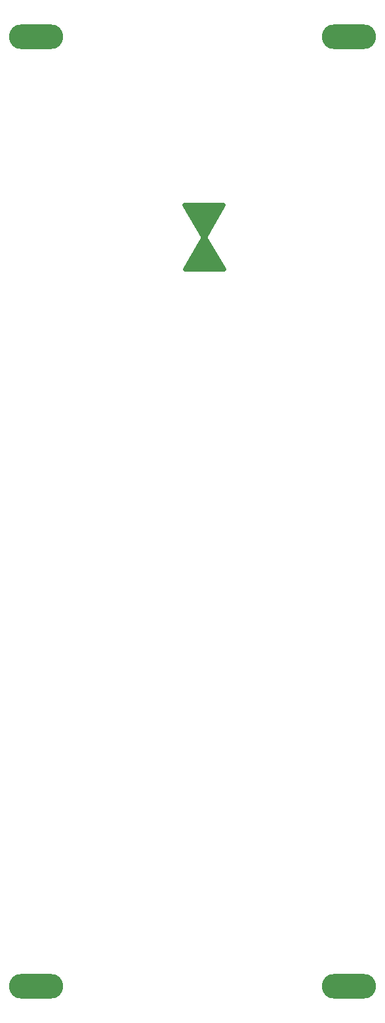
<source format=gbr>
%TF.GenerationSoftware,KiCad,Pcbnew,9.0.6*%
%TF.CreationDate,2025-11-20T09:42:16+01:00*%
%TF.ProjectId,Th-555-biondo_front,54682d35-3535-42d6-9269-6f6e646f5f66,rev?*%
%TF.SameCoordinates,Original*%
%TF.FileFunction,Soldermask,Bot*%
%TF.FilePolarity,Negative*%
%FSLAX46Y46*%
G04 Gerber Fmt 4.6, Leading zero omitted, Abs format (unit mm)*
G04 Created by KiCad (PCBNEW 9.0.6) date 2025-11-20 09:42:16*
%MOMM*%
%LPD*%
G01*
G04 APERTURE LIST*
%ADD10C,0.600000*%
%ADD11O,7.000000X3.200000*%
G04 APERTURE END LIST*
D10*
%TO.C,REF\u002A\u002A*%
X146230000Y-59030000D02*
X141221040Y-59030000D01*
X143680000Y-54730000D01*
X146230000Y-59030000D01*
G36*
X146230000Y-59030000D02*
G01*
X141221040Y-59030000D01*
X143680000Y-54730000D01*
X146230000Y-59030000D01*
G37*
X143690828Y-54987156D02*
X141140828Y-50687156D01*
X146149788Y-50687156D01*
X143690828Y-54987156D01*
G36*
X143690828Y-54987156D02*
G01*
X141140828Y-50687156D01*
X146149788Y-50687156D01*
X143690828Y-54987156D01*
G37*
%TD*%
D11*
%TO.C,REF\u002A\u002A*%
X122020000Y-29030000D03*
X122020000Y-151530000D03*
X162360000Y-29030000D03*
X162360000Y-151530000D03*
%TD*%
M02*

</source>
